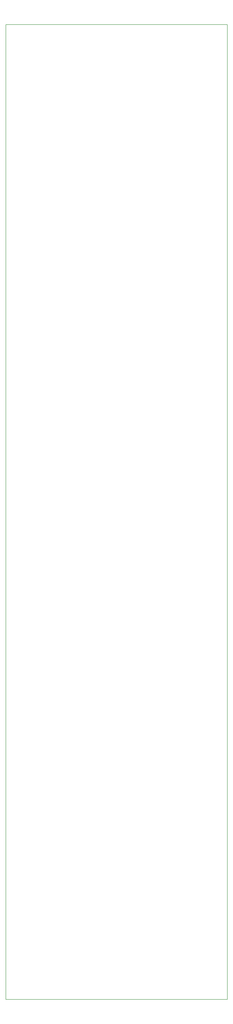
<source format=gbr>
%TF.GenerationSoftware,KiCad,Pcbnew,(6.0.9)*%
%TF.CreationDate,2022-11-21T23:38:33-05:00*%
%TF.ProjectId,Sensor_Board_2x8,53656e73-6f72-45f4-926f-6172645f3278,rev?*%
%TF.SameCoordinates,PX1728520PY19b87b58*%
%TF.FileFunction,Paste,Top*%
%TF.FilePolarity,Positive*%
%FSLAX46Y46*%
G04 Gerber Fmt 4.6, Leading zero omitted, Abs format (unit mm)*
G04 Created by KiCad (PCBNEW (6.0.9)) date 2022-11-21 23:38:33*
%MOMM*%
%LPD*%
G01*
G04 APERTURE LIST*
%TA.AperFunction,Profile*%
%ADD10C,0.200000*%
%TD*%
G04 APERTURE END LIST*
D10*
X0Y0D02*
X92720000Y0D01*
X92720000Y0D02*
X92720000Y406400000D01*
X92720000Y406400000D02*
X0Y406400000D01*
X0Y406400000D02*
X0Y0D01*
M02*

</source>
